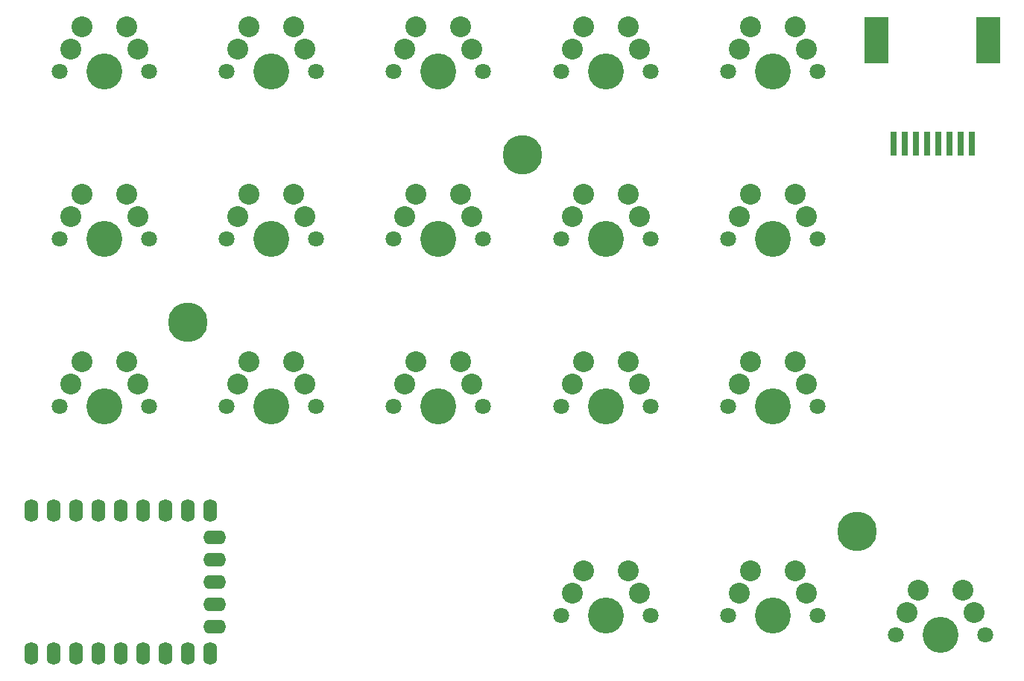
<source format=gbs>
%TF.GenerationSoftware,KiCad,Pcbnew,7.0.5*%
%TF.CreationDate,2023-06-09T13:05:56-04:00*%
%TF.ProjectId,atma,61746d61-2e6b-4696-9361-645f70636258,v1.0.0*%
%TF.SameCoordinates,Original*%
%TF.FileFunction,Soldermask,Bot*%
%TF.FilePolarity,Negative*%
%FSLAX46Y46*%
G04 Gerber Fmt 4.6, Leading zero omitted, Abs format (unit mm)*
G04 Created by KiCad (PCBNEW 7.0.5) date 2023-06-09 13:05:56*
%MOMM*%
%LPD*%
G01*
G04 APERTURE LIST*
G04 Aperture macros list*
%AMRoundRect*
0 Rectangle with rounded corners*
0 $1 Rounding radius*
0 $2 $3 $4 $5 $6 $7 $8 $9 X,Y pos of 4 corners*
0 Add a 4 corners polygon primitive as box body*
4,1,4,$2,$3,$4,$5,$6,$7,$8,$9,$2,$3,0*
0 Add four circle primitives for the rounded corners*
1,1,$1+$1,$2,$3*
1,1,$1+$1,$4,$5*
1,1,$1+$1,$6,$7*
1,1,$1+$1,$8,$9*
0 Add four rect primitives between the rounded corners*
20,1,$1+$1,$2,$3,$4,$5,0*
20,1,$1+$1,$4,$5,$6,$7,0*
20,1,$1+$1,$6,$7,$8,$9,0*
20,1,$1+$1,$8,$9,$2,$3,0*%
G04 Aperture macros list end*
%ADD10C,1.801800*%
%ADD11C,4.087800*%
%ADD12C,2.386000*%
%ADD13C,0.800000*%
%ADD14C,4.500000*%
%ADD15RoundRect,0.050000X0.320000X1.270000X-0.320000X1.270000X-0.320000X-1.270000X0.320000X-1.270000X0*%
%ADD16RoundRect,0.050000X1.270000X2.605000X-1.270000X2.605000X-1.270000X-2.605000X1.270000X-2.605000X0*%
%ADD17O,1.600000X2.600000*%
%ADD18O,2.600000X1.600000*%
G04 APERTURE END LIST*
D10*
%TO.C,S14*%
X223320000Y-133350000D03*
D11*
X228400000Y-133350000D03*
D10*
X233480000Y-133350000D03*
D12*
X225860000Y-128270000D03*
X230940000Y-128270000D03*
X224590000Y-130810000D03*
X232210000Y-130810000D03*
%TD*%
D10*
%TO.C,S16*%
X204320000Y-176212500D03*
D11*
X209400000Y-176212500D03*
D10*
X214480000Y-176212500D03*
D12*
X206860000Y-171132500D03*
X211940000Y-171132500D03*
X205590000Y-173672500D03*
X213210000Y-173672500D03*
%TD*%
D13*
%TO.C,_4*%
X198275000Y-123825000D03*
X198758274Y-122658274D03*
X198758274Y-124991726D03*
X199925000Y-122175000D03*
D14*
X199925000Y-123825000D03*
D13*
X199925000Y-125475000D03*
X201091726Y-122658274D03*
X201091726Y-124991726D03*
X201575000Y-123825000D03*
%TD*%
D10*
%TO.C,S5*%
X166320000Y-133350000D03*
D11*
X171400000Y-133350000D03*
D10*
X176480000Y-133350000D03*
D12*
X168860000Y-128270000D03*
X173940000Y-128270000D03*
X167590000Y-130810000D03*
X175210000Y-130810000D03*
%TD*%
D10*
%TO.C,S1*%
X147320000Y-152400000D03*
D11*
X152400000Y-152400000D03*
D10*
X157480000Y-152400000D03*
D12*
X149860000Y-147320000D03*
X154940000Y-147320000D03*
X148590000Y-149860000D03*
X156210000Y-149860000D03*
%TD*%
D10*
%TO.C,S13*%
X223320000Y-152400000D03*
D11*
X228400000Y-152400000D03*
D10*
X233480000Y-152400000D03*
D12*
X225860000Y-147320000D03*
X230940000Y-147320000D03*
X224590000Y-149860000D03*
X232210000Y-149860000D03*
%TD*%
D10*
%TO.C,S10*%
X204320000Y-152400000D03*
D11*
X209400000Y-152400000D03*
D10*
X214480000Y-152400000D03*
D12*
X206860000Y-147320000D03*
X211940000Y-147320000D03*
X205590000Y-149860000D03*
X213210000Y-149860000D03*
%TD*%
D13*
%TO.C,_5*%
X236275000Y-166687500D03*
X236758274Y-165520774D03*
X236758274Y-167854226D03*
X237925000Y-165037500D03*
D14*
X237925000Y-166687500D03*
D13*
X237925000Y-168337500D03*
X239091726Y-165520774D03*
X239091726Y-167854226D03*
X239575000Y-166687500D03*
%TD*%
D15*
%TO.C,*%
X250942500Y-122559500D03*
X249672500Y-122559500D03*
X248402500Y-122559500D03*
X247132500Y-122559500D03*
X245862500Y-122559500D03*
X244592500Y-122559500D03*
X243322500Y-122559500D03*
X242052500Y-122559500D03*
D16*
X252847500Y-110784500D03*
X240147500Y-110784500D03*
%TD*%
D17*
%TO.C,*%
X144145000Y-164282500D03*
X146685000Y-164282500D03*
X149225000Y-164282500D03*
X151765000Y-164282500D03*
X154305000Y-164282500D03*
X156845000Y-164282500D03*
X159385000Y-164282500D03*
X161925000Y-164282500D03*
X164465000Y-164282500D03*
D18*
X164965000Y-167322500D03*
X164965000Y-169862500D03*
X164965000Y-172402500D03*
X164965000Y-174942500D03*
X164965000Y-177482500D03*
D17*
X164465000Y-180522500D03*
X161925000Y-180522500D03*
X159385000Y-180522500D03*
X156845000Y-180522500D03*
X154305000Y-180522500D03*
X151765000Y-180522500D03*
X149225000Y-180522500D03*
X146685000Y-180522500D03*
X144145000Y-180522500D03*
%TD*%
D10*
%TO.C,S18*%
X242316000Y-178460400D03*
D11*
X247396000Y-178460400D03*
D10*
X252476000Y-178460400D03*
D12*
X244856000Y-173380400D03*
X249936000Y-173380400D03*
X243586000Y-175920400D03*
X251206000Y-175920400D03*
%TD*%
D10*
%TO.C,S2*%
X147320000Y-133350000D03*
D11*
X152400000Y-133350000D03*
D10*
X157480000Y-133350000D03*
D12*
X149860000Y-128270000D03*
X154940000Y-128270000D03*
X148590000Y-130810000D03*
X156210000Y-130810000D03*
%TD*%
D10*
%TO.C,S17*%
X223320000Y-176212500D03*
D11*
X228400000Y-176212500D03*
D10*
X233480000Y-176212500D03*
D12*
X225860000Y-171132500D03*
X230940000Y-171132500D03*
X224590000Y-173672500D03*
X232210000Y-173672500D03*
%TD*%
D10*
%TO.C,S11*%
X204320000Y-133350000D03*
D11*
X209400000Y-133350000D03*
D10*
X214480000Y-133350000D03*
D12*
X206860000Y-128270000D03*
X211940000Y-128270000D03*
X205590000Y-130810000D03*
X213210000Y-130810000D03*
%TD*%
D13*
%TO.C,_3*%
X160275000Y-142875000D03*
X160758274Y-141708274D03*
X160758274Y-144041726D03*
X161925000Y-141225000D03*
D14*
X161925000Y-142875000D03*
D13*
X161925000Y-144525000D03*
X163091726Y-141708274D03*
X163091726Y-144041726D03*
X163575000Y-142875000D03*
%TD*%
D10*
%TO.C,S9*%
X185320000Y-114300000D03*
D11*
X190400000Y-114300000D03*
D10*
X195480000Y-114300000D03*
D12*
X187860000Y-109220000D03*
X192940000Y-109220000D03*
X186590000Y-111760000D03*
X194210000Y-111760000D03*
%TD*%
D10*
%TO.C,S6*%
X166320000Y-114300000D03*
D11*
X171400000Y-114300000D03*
D10*
X176480000Y-114300000D03*
D12*
X168860000Y-109220000D03*
X173940000Y-109220000D03*
X167590000Y-111760000D03*
X175210000Y-111760000D03*
%TD*%
D10*
%TO.C,S8*%
X185320000Y-133350000D03*
D11*
X190400000Y-133350000D03*
D10*
X195480000Y-133350000D03*
D12*
X187860000Y-128270000D03*
X192940000Y-128270000D03*
X186590000Y-130810000D03*
X194210000Y-130810000D03*
%TD*%
D10*
%TO.C,S15*%
X223320000Y-114300000D03*
D11*
X228400000Y-114300000D03*
D10*
X233480000Y-114300000D03*
D12*
X225860000Y-109220000D03*
X230940000Y-109220000D03*
X224590000Y-111760000D03*
X232210000Y-111760000D03*
%TD*%
D10*
%TO.C,S4*%
X166320000Y-152400000D03*
D11*
X171400000Y-152400000D03*
D10*
X176480000Y-152400000D03*
D12*
X168860000Y-147320000D03*
X173940000Y-147320000D03*
X167590000Y-149860000D03*
X175210000Y-149860000D03*
%TD*%
D10*
%TO.C,S7*%
X185320000Y-152400000D03*
D11*
X190400000Y-152400000D03*
D10*
X195480000Y-152400000D03*
D12*
X187860000Y-147320000D03*
X192940000Y-147320000D03*
X186590000Y-149860000D03*
X194210000Y-149860000D03*
%TD*%
D10*
%TO.C,S3*%
X147320000Y-114300000D03*
D11*
X152400000Y-114300000D03*
D10*
X157480000Y-114300000D03*
D12*
X149860000Y-109220000D03*
X154940000Y-109220000D03*
X148590000Y-111760000D03*
X156210000Y-111760000D03*
%TD*%
D10*
%TO.C,S12*%
X204320000Y-114300000D03*
D11*
X209400000Y-114300000D03*
D10*
X214480000Y-114300000D03*
D12*
X206860000Y-109220000D03*
X211940000Y-109220000D03*
X205590000Y-111760000D03*
X213210000Y-111760000D03*
%TD*%
M02*

</source>
